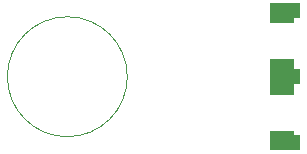
<source format=gm1>
G04 Layer_Color=16711935*
%FSLAX25Y25*%
%MOIN*%
G70*
G01*
G75*
%ADD122C,0.00000*%
G36*
X139555Y238000D02*
X141553D01*
Y232969D01*
X139555D01*
Y232966D01*
X131500D01*
Y239500D01*
X139555D01*
Y238000D01*
D02*
G37*
G36*
X139579Y260000D02*
X141565D01*
Y254996D01*
X139579D01*
Y251488D01*
X131500D01*
Y263500D01*
X139579D01*
Y260000D01*
D02*
G37*
G36*
X141521Y277010D02*
X139536D01*
Y275516D01*
X131500D01*
Y282000D01*
X141521D01*
Y277010D01*
D02*
G37*
D122*
X84000Y257500D02*
G03*
X84000Y257500I-20000J0D01*
G01*
D02*
G03*
X84000Y257500I-20000J0D01*
G01*
M02*

</source>
